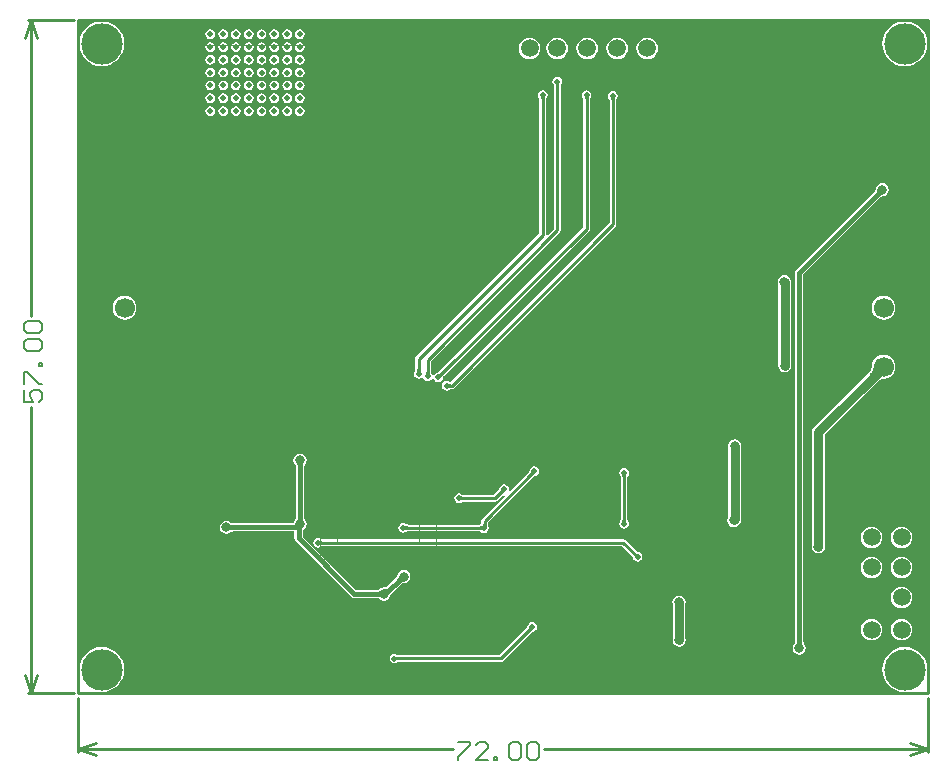
<source format=gbl>
G04*
G04 #@! TF.GenerationSoftware,Altium Limited,Altium Designer,20.0.13 (296)*
G04*
G04 Layer_Physical_Order=2*
G04 Layer_Color=16711680*
%FSLAX24Y24*%
%MOIN*%
G70*
G01*
G75*
%ADD17C,0.0100*%
%ADD19C,0.0039*%
%ADD20C,0.0060*%
%ADD21C,0.0020*%
%ADD22C,0.0080*%
%ADD57C,0.0300*%
%ADD58C,0.0150*%
%ADD60C,0.0591*%
%ADD61C,0.0669*%
%ADD62C,0.1378*%
%ADD63C,0.0197*%
%ADD64C,0.0315*%
G36*
X28261Y22466D02*
X28316Y22466D01*
X28351Y22430D01*
X28351Y21768D01*
X28301Y21766D01*
X28297Y21800D01*
X28254Y21942D01*
X28185Y22072D01*
X28091Y22186D01*
X27977Y22279D01*
X27847Y22349D01*
X27706Y22392D01*
X27559Y22406D01*
X27412Y22392D01*
X27271Y22349D01*
X27141Y22279D01*
X27027Y22186D01*
X26933Y22072D01*
X26864Y21942D01*
X26821Y21800D01*
X26806Y21654D01*
X26821Y21507D01*
X26864Y21366D01*
X26933Y21235D01*
X27027Y21121D01*
X27141Y21028D01*
X27271Y20958D01*
X27412Y20915D01*
X27559Y20901D01*
X27706Y20915D01*
X27847Y20958D01*
X27977Y21028D01*
X28091Y21121D01*
X28185Y21235D01*
X28254Y21366D01*
X28297Y21507D01*
X28300Y21540D01*
X28350Y21538D01*
X28341Y961D01*
X28291Y954D01*
X28254Y1075D01*
X28185Y1206D01*
X28091Y1320D01*
X27977Y1413D01*
X27847Y1483D01*
X27706Y1526D01*
X27559Y1540D01*
X27412Y1526D01*
X27271Y1483D01*
X27141Y1413D01*
X27027Y1320D01*
X26933Y1206D01*
X26864Y1075D01*
X26821Y934D01*
X26806Y787D01*
X26821Y641D01*
X26864Y499D01*
X26933Y369D01*
X27027Y255D01*
X27141Y162D01*
X27271Y92D01*
X27412Y49D01*
X27448Y46D01*
X27445Y-4D01*
X901Y-4D01*
X899Y46D01*
X934Y49D01*
X1075Y92D01*
X1206Y162D01*
X1320Y255D01*
X1413Y369D01*
X1483Y499D01*
X1526Y641D01*
X1540Y787D01*
X1526Y934D01*
X1483Y1075D01*
X1413Y1206D01*
X1320Y1320D01*
X1206Y1413D01*
X1075Y1483D01*
X934Y1526D01*
X787Y1540D01*
X641Y1526D01*
X499Y1483D01*
X369Y1413D01*
X255Y1320D01*
X162Y1206D01*
X92Y1075D01*
X52Y942D01*
X2Y949D01*
X20Y21432D01*
X70Y21439D01*
X92Y21366D01*
X162Y21235D01*
X255Y21121D01*
X369Y21028D01*
X499Y20958D01*
X641Y20915D01*
X787Y20901D01*
X934Y20915D01*
X1075Y20958D01*
X1206Y21028D01*
X1320Y21121D01*
X1413Y21235D01*
X1483Y21366D01*
X1526Y21507D01*
X1540Y21654D01*
X1526Y21800D01*
X1483Y21942D01*
X1413Y22072D01*
X1320Y22186D01*
X1206Y22279D01*
X1075Y22349D01*
X934Y22392D01*
X787Y22406D01*
X641Y22392D01*
X499Y22349D01*
X369Y22279D01*
X255Y22186D01*
X162Y22072D01*
X92Y21942D01*
X70Y21869D01*
X20Y21877D01*
X21Y22466D01*
X28261Y22466D01*
D02*
G37*
%LPC*%
G36*
X7397Y22128D02*
X7335Y22116D01*
X7282Y22081D01*
X7247Y22028D01*
X7235Y21967D01*
X7247Y21905D01*
X7282Y21852D01*
X7335Y21817D01*
X7397Y21805D01*
X7458Y21817D01*
X7511Y21852D01*
X7546Y21905D01*
X7558Y21967D01*
X7546Y22028D01*
X7511Y22081D01*
X7458Y22116D01*
X7397Y22128D01*
D02*
G37*
G36*
X6970D02*
X6908Y22116D01*
X6856Y22081D01*
X6821Y22028D01*
X6808Y21967D01*
X6821Y21905D01*
X6856Y21852D01*
X6908Y21817D01*
X6970Y21805D01*
X7032Y21817D01*
X7084Y21852D01*
X7119Y21905D01*
X7132Y21967D01*
X7119Y22028D01*
X7084Y22081D01*
X7032Y22116D01*
X6970Y22128D01*
D02*
G37*
G36*
X6543D02*
X6482Y22116D01*
X6429Y22081D01*
X6394Y22028D01*
X6382Y21967D01*
X6394Y21905D01*
X6429Y21852D01*
X6482Y21817D01*
X6543Y21805D01*
X6605Y21817D01*
X6658Y21852D01*
X6693Y21905D01*
X6705Y21967D01*
X6693Y22028D01*
X6658Y22081D01*
X6605Y22116D01*
X6543Y22128D01*
D02*
G37*
G36*
X6117D02*
X6055Y22116D01*
X6002Y22081D01*
X5967Y22028D01*
X5955Y21967D01*
X5967Y21905D01*
X6002Y21852D01*
X6055Y21817D01*
X6117Y21805D01*
X6178Y21817D01*
X6231Y21852D01*
X6266Y21905D01*
X6278Y21967D01*
X6266Y22028D01*
X6231Y22081D01*
X6178Y22116D01*
X6117Y22128D01*
D02*
G37*
G36*
X5690D02*
X5628Y22116D01*
X5576Y22081D01*
X5541Y22028D01*
X5528Y21967D01*
X5541Y21905D01*
X5576Y21852D01*
X5628Y21817D01*
X5690Y21805D01*
X5752Y21817D01*
X5804Y21852D01*
X5839Y21905D01*
X5852Y21967D01*
X5839Y22028D01*
X5804Y22081D01*
X5752Y22116D01*
X5690Y22128D01*
D02*
G37*
G36*
X5263D02*
X5202Y22116D01*
X5149Y22081D01*
X5114Y22028D01*
X5102Y21967D01*
X5114Y21905D01*
X5149Y21852D01*
X5202Y21817D01*
X5263Y21805D01*
X5325Y21817D01*
X5378Y21852D01*
X5413Y21905D01*
X5425Y21967D01*
X5413Y22028D01*
X5378Y22081D01*
X5325Y22116D01*
X5263Y22128D01*
D02*
G37*
G36*
X4837D02*
X4775Y22116D01*
X4722Y22081D01*
X4687Y22028D01*
X4675Y21967D01*
X4687Y21905D01*
X4722Y21852D01*
X4775Y21817D01*
X4837Y21805D01*
X4898Y21817D01*
X4951Y21852D01*
X4986Y21905D01*
X4998Y21967D01*
X4986Y22028D01*
X4951Y22081D01*
X4898Y22116D01*
X4837Y22128D01*
D02*
G37*
G36*
X4410D02*
X4348Y22116D01*
X4296Y22081D01*
X4261Y22028D01*
X4248Y21967D01*
X4261Y21905D01*
X4296Y21852D01*
X4348Y21817D01*
X4410Y21805D01*
X4472Y21817D01*
X4524Y21852D01*
X4559Y21905D01*
X4572Y21967D01*
X4559Y22028D01*
X4524Y22081D01*
X4472Y22116D01*
X4410Y22128D01*
D02*
G37*
G36*
X7397Y21702D02*
X7335Y21689D01*
X7282Y21654D01*
X7247Y21602D01*
X7235Y21540D01*
X7247Y21478D01*
X7282Y21426D01*
X7335Y21391D01*
X7397Y21378D01*
X7458Y21391D01*
X7511Y21426D01*
X7546Y21478D01*
X7558Y21540D01*
X7546Y21602D01*
X7511Y21654D01*
X7458Y21689D01*
X7397Y21702D01*
D02*
G37*
G36*
X6970D02*
X6908Y21689D01*
X6856Y21654D01*
X6821Y21602D01*
X6808Y21540D01*
X6821Y21478D01*
X6856Y21426D01*
X6908Y21391D01*
X6970Y21378D01*
X7032Y21391D01*
X7084Y21426D01*
X7119Y21478D01*
X7132Y21540D01*
X7119Y21602D01*
X7084Y21654D01*
X7032Y21689D01*
X6970Y21702D01*
D02*
G37*
G36*
X6543D02*
X6482Y21689D01*
X6429Y21654D01*
X6394Y21602D01*
X6382Y21540D01*
X6394Y21478D01*
X6429Y21426D01*
X6482Y21391D01*
X6543Y21378D01*
X6605Y21391D01*
X6658Y21426D01*
X6693Y21478D01*
X6705Y21540D01*
X6693Y21602D01*
X6658Y21654D01*
X6605Y21689D01*
X6543Y21702D01*
D02*
G37*
G36*
X6117D02*
X6055Y21689D01*
X6002Y21654D01*
X5967Y21602D01*
X5955Y21540D01*
X5967Y21478D01*
X6002Y21426D01*
X6055Y21391D01*
X6117Y21378D01*
X6178Y21391D01*
X6231Y21426D01*
X6266Y21478D01*
X6278Y21540D01*
X6266Y21602D01*
X6231Y21654D01*
X6178Y21689D01*
X6117Y21702D01*
D02*
G37*
G36*
X5690D02*
X5628Y21689D01*
X5576Y21654D01*
X5541Y21602D01*
X5528Y21540D01*
X5541Y21478D01*
X5576Y21426D01*
X5628Y21391D01*
X5690Y21378D01*
X5752Y21391D01*
X5804Y21426D01*
X5839Y21478D01*
X5852Y21540D01*
X5839Y21602D01*
X5804Y21654D01*
X5752Y21689D01*
X5690Y21702D01*
D02*
G37*
G36*
X5263D02*
X5202Y21689D01*
X5149Y21654D01*
X5114Y21602D01*
X5102Y21540D01*
X5114Y21478D01*
X5149Y21426D01*
X5202Y21391D01*
X5263Y21378D01*
X5325Y21391D01*
X5378Y21426D01*
X5413Y21478D01*
X5425Y21540D01*
X5413Y21602D01*
X5378Y21654D01*
X5325Y21689D01*
X5263Y21702D01*
D02*
G37*
G36*
X4837D02*
X4775Y21689D01*
X4722Y21654D01*
X4687Y21602D01*
X4675Y21540D01*
X4687Y21478D01*
X4722Y21426D01*
X4775Y21391D01*
X4837Y21378D01*
X4898Y21391D01*
X4951Y21426D01*
X4986Y21478D01*
X4998Y21540D01*
X4986Y21602D01*
X4951Y21654D01*
X4898Y21689D01*
X4837Y21702D01*
D02*
G37*
G36*
X4410D02*
X4348Y21689D01*
X4296Y21654D01*
X4261Y21602D01*
X4248Y21540D01*
X4261Y21478D01*
X4296Y21426D01*
X4348Y21391D01*
X4410Y21378D01*
X4472Y21391D01*
X4524Y21426D01*
X4559Y21478D01*
X4572Y21540D01*
X4559Y21602D01*
X4524Y21654D01*
X4472Y21689D01*
X4410Y21702D01*
D02*
G37*
G36*
X18971Y21858D02*
X18878Y21846D01*
X18791Y21810D01*
X18717Y21753D01*
X18660Y21679D01*
X18625Y21593D01*
X18612Y21500D01*
X18625Y21407D01*
X18660Y21321D01*
X18717Y21247D01*
X18791Y21190D01*
X18878Y21154D01*
X18971Y21142D01*
X19063Y21154D01*
X19150Y21190D01*
X19224Y21247D01*
X19281Y21321D01*
X19317Y21407D01*
X19329Y21500D01*
X19317Y21593D01*
X19281Y21679D01*
X19224Y21753D01*
X19150Y21810D01*
X19063Y21846D01*
X18971Y21858D01*
D02*
G37*
G36*
X17971D02*
X17878Y21846D01*
X17791Y21810D01*
X17717Y21753D01*
X17660Y21679D01*
X17624Y21593D01*
X17612Y21500D01*
X17624Y21407D01*
X17660Y21321D01*
X17717Y21247D01*
X17791Y21190D01*
X17878Y21154D01*
X17971Y21142D01*
X18063Y21154D01*
X18150Y21190D01*
X18224Y21247D01*
X18281Y21321D01*
X18317Y21407D01*
X18329Y21500D01*
X18317Y21593D01*
X18281Y21679D01*
X18224Y21753D01*
X18150Y21810D01*
X18063Y21846D01*
X17971Y21858D01*
D02*
G37*
G36*
X16971D02*
X16878Y21846D01*
X16791Y21810D01*
X16717Y21753D01*
X16660Y21679D01*
X16624Y21593D01*
X16612Y21500D01*
X16624Y21407D01*
X16660Y21321D01*
X16717Y21247D01*
X16791Y21190D01*
X16878Y21154D01*
X16971Y21142D01*
X17063Y21154D01*
X17150Y21190D01*
X17224Y21247D01*
X17281Y21321D01*
X17317Y21407D01*
X17329Y21500D01*
X17317Y21593D01*
X17281Y21679D01*
X17224Y21753D01*
X17150Y21810D01*
X17063Y21846D01*
X16971Y21858D01*
D02*
G37*
G36*
X15971D02*
X15878Y21846D01*
X15791Y21810D01*
X15717Y21753D01*
X15660Y21679D01*
X15625Y21593D01*
X15612Y21500D01*
X15625Y21407D01*
X15660Y21321D01*
X15717Y21247D01*
X15791Y21190D01*
X15878Y21154D01*
X15971Y21142D01*
X16063Y21154D01*
X16150Y21190D01*
X16224Y21247D01*
X16281Y21321D01*
X16317Y21407D01*
X16329Y21500D01*
X16317Y21593D01*
X16281Y21679D01*
X16224Y21753D01*
X16150Y21810D01*
X16063Y21846D01*
X15971Y21858D01*
D02*
G37*
G36*
X15050D02*
X14957Y21846D01*
X14871Y21810D01*
X14797Y21753D01*
X14740Y21679D01*
X14704Y21593D01*
X14692Y21500D01*
X14704Y21407D01*
X14740Y21321D01*
X14797Y21247D01*
X14871Y21190D01*
X14957Y21154D01*
X15050Y21142D01*
X15143Y21154D01*
X15229Y21190D01*
X15303Y21247D01*
X15360Y21321D01*
X15396Y21407D01*
X15408Y21500D01*
X15396Y21593D01*
X15360Y21679D01*
X15303Y21753D01*
X15229Y21810D01*
X15143Y21846D01*
X15050Y21858D01*
D02*
G37*
G36*
X7397Y21275D02*
X7335Y21263D01*
X7282Y21228D01*
X7247Y21175D01*
X7235Y21113D01*
X7247Y21052D01*
X7282Y20999D01*
X7335Y20964D01*
X7397Y20952D01*
X7458Y20964D01*
X7511Y20999D01*
X7546Y21052D01*
X7558Y21113D01*
X7546Y21175D01*
X7511Y21228D01*
X7458Y21263D01*
X7397Y21275D01*
D02*
G37*
G36*
X6970D02*
X6908Y21263D01*
X6856Y21228D01*
X6821Y21175D01*
X6808Y21113D01*
X6821Y21052D01*
X6856Y20999D01*
X6908Y20964D01*
X6970Y20952D01*
X7032Y20964D01*
X7084Y20999D01*
X7119Y21052D01*
X7132Y21113D01*
X7119Y21175D01*
X7084Y21228D01*
X7032Y21263D01*
X6970Y21275D01*
D02*
G37*
G36*
X6543D02*
X6482Y21263D01*
X6429Y21228D01*
X6394Y21175D01*
X6382Y21113D01*
X6394Y21052D01*
X6429Y20999D01*
X6482Y20964D01*
X6543Y20952D01*
X6605Y20964D01*
X6658Y20999D01*
X6693Y21052D01*
X6705Y21113D01*
X6693Y21175D01*
X6658Y21228D01*
X6605Y21263D01*
X6543Y21275D01*
D02*
G37*
G36*
X6117D02*
X6055Y21263D01*
X6002Y21228D01*
X5967Y21175D01*
X5955Y21113D01*
X5967Y21052D01*
X6002Y20999D01*
X6055Y20964D01*
X6117Y20952D01*
X6178Y20964D01*
X6231Y20999D01*
X6266Y21052D01*
X6278Y21113D01*
X6266Y21175D01*
X6231Y21228D01*
X6178Y21263D01*
X6117Y21275D01*
D02*
G37*
G36*
X5690D02*
X5628Y21263D01*
X5576Y21228D01*
X5541Y21175D01*
X5528Y21113D01*
X5541Y21052D01*
X5576Y20999D01*
X5628Y20964D01*
X5690Y20952D01*
X5752Y20964D01*
X5804Y20999D01*
X5839Y21052D01*
X5852Y21113D01*
X5839Y21175D01*
X5804Y21228D01*
X5752Y21263D01*
X5690Y21275D01*
D02*
G37*
G36*
X5263D02*
X5202Y21263D01*
X5149Y21228D01*
X5114Y21175D01*
X5102Y21113D01*
X5114Y21052D01*
X5149Y20999D01*
X5202Y20964D01*
X5263Y20952D01*
X5325Y20964D01*
X5378Y20999D01*
X5413Y21052D01*
X5425Y21113D01*
X5413Y21175D01*
X5378Y21228D01*
X5325Y21263D01*
X5263Y21275D01*
D02*
G37*
G36*
X4837D02*
X4775Y21263D01*
X4722Y21228D01*
X4687Y21175D01*
X4675Y21113D01*
X4687Y21052D01*
X4722Y20999D01*
X4775Y20964D01*
X4837Y20952D01*
X4898Y20964D01*
X4951Y20999D01*
X4986Y21052D01*
X4998Y21113D01*
X4986Y21175D01*
X4951Y21228D01*
X4898Y21263D01*
X4837Y21275D01*
D02*
G37*
G36*
X4410D02*
X4348Y21263D01*
X4296Y21228D01*
X4261Y21175D01*
X4248Y21113D01*
X4261Y21052D01*
X4296Y20999D01*
X4348Y20964D01*
X4410Y20952D01*
X4472Y20964D01*
X4524Y20999D01*
X4559Y21052D01*
X4572Y21113D01*
X4559Y21175D01*
X4524Y21228D01*
X4472Y21263D01*
X4410Y21275D01*
D02*
G37*
G36*
X7397Y20848D02*
X7335Y20836D01*
X7282Y20801D01*
X7247Y20748D01*
X7235Y20687D01*
X7247Y20625D01*
X7282Y20572D01*
X7335Y20537D01*
X7397Y20525D01*
X7458Y20537D01*
X7511Y20572D01*
X7546Y20625D01*
X7558Y20687D01*
X7546Y20748D01*
X7511Y20801D01*
X7458Y20836D01*
X7397Y20848D01*
D02*
G37*
G36*
X6970D02*
X6908Y20836D01*
X6856Y20801D01*
X6821Y20748D01*
X6808Y20687D01*
X6821Y20625D01*
X6856Y20572D01*
X6908Y20537D01*
X6970Y20525D01*
X7032Y20537D01*
X7084Y20572D01*
X7119Y20625D01*
X7132Y20687D01*
X7119Y20748D01*
X7084Y20801D01*
X7032Y20836D01*
X6970Y20848D01*
D02*
G37*
G36*
X6543D02*
X6482Y20836D01*
X6429Y20801D01*
X6394Y20748D01*
X6382Y20687D01*
X6394Y20625D01*
X6429Y20572D01*
X6482Y20537D01*
X6543Y20525D01*
X6605Y20537D01*
X6658Y20572D01*
X6693Y20625D01*
X6705Y20687D01*
X6693Y20748D01*
X6658Y20801D01*
X6605Y20836D01*
X6543Y20848D01*
D02*
G37*
G36*
X6117D02*
X6055Y20836D01*
X6002Y20801D01*
X5967Y20748D01*
X5955Y20687D01*
X5967Y20625D01*
X6002Y20572D01*
X6055Y20537D01*
X6117Y20525D01*
X6178Y20537D01*
X6231Y20572D01*
X6266Y20625D01*
X6278Y20687D01*
X6266Y20748D01*
X6231Y20801D01*
X6178Y20836D01*
X6117Y20848D01*
D02*
G37*
G36*
X5690D02*
X5628Y20836D01*
X5576Y20801D01*
X5541Y20748D01*
X5528Y20687D01*
X5541Y20625D01*
X5576Y20572D01*
X5628Y20537D01*
X5690Y20525D01*
X5752Y20537D01*
X5804Y20572D01*
X5839Y20625D01*
X5852Y20687D01*
X5839Y20748D01*
X5804Y20801D01*
X5752Y20836D01*
X5690Y20848D01*
D02*
G37*
G36*
X5263D02*
X5202Y20836D01*
X5149Y20801D01*
X5114Y20748D01*
X5102Y20687D01*
X5114Y20625D01*
X5149Y20572D01*
X5202Y20537D01*
X5263Y20525D01*
X5325Y20537D01*
X5378Y20572D01*
X5413Y20625D01*
X5425Y20687D01*
X5413Y20748D01*
X5378Y20801D01*
X5325Y20836D01*
X5263Y20848D01*
D02*
G37*
G36*
X4837D02*
X4775Y20836D01*
X4722Y20801D01*
X4687Y20748D01*
X4675Y20687D01*
X4687Y20625D01*
X4722Y20572D01*
X4775Y20537D01*
X4837Y20525D01*
X4898Y20537D01*
X4951Y20572D01*
X4986Y20625D01*
X4998Y20687D01*
X4986Y20748D01*
X4951Y20801D01*
X4898Y20836D01*
X4837Y20848D01*
D02*
G37*
G36*
X4410D02*
X4348Y20836D01*
X4296Y20801D01*
X4261Y20748D01*
X4248Y20687D01*
X4261Y20625D01*
X4296Y20572D01*
X4348Y20537D01*
X4410Y20525D01*
X4472Y20537D01*
X4524Y20572D01*
X4559Y20625D01*
X4572Y20687D01*
X4559Y20748D01*
X4524Y20801D01*
X4472Y20836D01*
X4410Y20848D01*
D02*
G37*
G36*
X7397Y20422D02*
X7335Y20409D01*
X7282Y20374D01*
X7247Y20322D01*
X7235Y20260D01*
X7247Y20198D01*
X7282Y20146D01*
X7335Y20111D01*
X7397Y20098D01*
X7458Y20111D01*
X7511Y20146D01*
X7546Y20198D01*
X7558Y20260D01*
X7546Y20322D01*
X7511Y20374D01*
X7458Y20409D01*
X7397Y20422D01*
D02*
G37*
G36*
X6970D02*
X6908Y20409D01*
X6856Y20374D01*
X6821Y20322D01*
X6808Y20260D01*
X6821Y20198D01*
X6856Y20146D01*
X6908Y20111D01*
X6970Y20098D01*
X7032Y20111D01*
X7084Y20146D01*
X7119Y20198D01*
X7132Y20260D01*
X7119Y20322D01*
X7084Y20374D01*
X7032Y20409D01*
X6970Y20422D01*
D02*
G37*
G36*
X6543D02*
X6482Y20409D01*
X6429Y20374D01*
X6394Y20322D01*
X6382Y20260D01*
X6394Y20198D01*
X6429Y20146D01*
X6482Y20111D01*
X6543Y20098D01*
X6605Y20111D01*
X6658Y20146D01*
X6693Y20198D01*
X6705Y20260D01*
X6693Y20322D01*
X6658Y20374D01*
X6605Y20409D01*
X6543Y20422D01*
D02*
G37*
G36*
X6117D02*
X6055Y20409D01*
X6002Y20374D01*
X5967Y20322D01*
X5955Y20260D01*
X5967Y20198D01*
X6002Y20146D01*
X6055Y20111D01*
X6117Y20098D01*
X6178Y20111D01*
X6231Y20146D01*
X6266Y20198D01*
X6278Y20260D01*
X6266Y20322D01*
X6231Y20374D01*
X6178Y20409D01*
X6117Y20422D01*
D02*
G37*
G36*
X5690D02*
X5628Y20409D01*
X5576Y20374D01*
X5541Y20322D01*
X5528Y20260D01*
X5541Y20198D01*
X5576Y20146D01*
X5628Y20111D01*
X5690Y20098D01*
X5752Y20111D01*
X5804Y20146D01*
X5839Y20198D01*
X5852Y20260D01*
X5839Y20322D01*
X5804Y20374D01*
X5752Y20409D01*
X5690Y20422D01*
D02*
G37*
G36*
X5263D02*
X5202Y20409D01*
X5149Y20374D01*
X5114Y20322D01*
X5102Y20260D01*
X5114Y20198D01*
X5149Y20146D01*
X5202Y20111D01*
X5263Y20098D01*
X5325Y20111D01*
X5378Y20146D01*
X5413Y20198D01*
X5425Y20260D01*
X5413Y20322D01*
X5378Y20374D01*
X5325Y20409D01*
X5263Y20422D01*
D02*
G37*
G36*
X4837D02*
X4775Y20409D01*
X4722Y20374D01*
X4687Y20322D01*
X4675Y20260D01*
X4687Y20198D01*
X4722Y20146D01*
X4775Y20111D01*
X4837Y20098D01*
X4898Y20111D01*
X4951Y20146D01*
X4986Y20198D01*
X4998Y20260D01*
X4986Y20322D01*
X4951Y20374D01*
X4898Y20409D01*
X4837Y20422D01*
D02*
G37*
G36*
X4410D02*
X4348Y20409D01*
X4296Y20374D01*
X4261Y20322D01*
X4248Y20260D01*
X4261Y20198D01*
X4296Y20146D01*
X4348Y20111D01*
X4410Y20098D01*
X4472Y20111D01*
X4524Y20146D01*
X4559Y20198D01*
X4572Y20260D01*
X4559Y20322D01*
X4524Y20374D01*
X4472Y20409D01*
X4410Y20422D01*
D02*
G37*
G36*
X7397Y19995D02*
X7335Y19983D01*
X7282Y19948D01*
X7247Y19895D01*
X7235Y19833D01*
X7247Y19772D01*
X7282Y19719D01*
X7335Y19684D01*
X7397Y19672D01*
X7458Y19684D01*
X7511Y19719D01*
X7546Y19772D01*
X7558Y19833D01*
X7546Y19895D01*
X7511Y19948D01*
X7458Y19983D01*
X7397Y19995D01*
D02*
G37*
G36*
X6970D02*
X6908Y19983D01*
X6856Y19948D01*
X6821Y19895D01*
X6808Y19833D01*
X6821Y19772D01*
X6856Y19719D01*
X6908Y19684D01*
X6970Y19672D01*
X7032Y19684D01*
X7084Y19719D01*
X7119Y19772D01*
X7132Y19833D01*
X7119Y19895D01*
X7084Y19948D01*
X7032Y19983D01*
X6970Y19995D01*
D02*
G37*
G36*
X6543D02*
X6482Y19983D01*
X6429Y19948D01*
X6394Y19895D01*
X6382Y19833D01*
X6394Y19772D01*
X6429Y19719D01*
X6482Y19684D01*
X6543Y19672D01*
X6605Y19684D01*
X6658Y19719D01*
X6693Y19772D01*
X6705Y19833D01*
X6693Y19895D01*
X6658Y19948D01*
X6605Y19983D01*
X6543Y19995D01*
D02*
G37*
G36*
X6117D02*
X6055Y19983D01*
X6002Y19948D01*
X5967Y19895D01*
X5955Y19833D01*
X5967Y19772D01*
X6002Y19719D01*
X6055Y19684D01*
X6117Y19672D01*
X6178Y19684D01*
X6231Y19719D01*
X6266Y19772D01*
X6278Y19833D01*
X6266Y19895D01*
X6231Y19948D01*
X6178Y19983D01*
X6117Y19995D01*
D02*
G37*
G36*
X5690D02*
X5628Y19983D01*
X5576Y19948D01*
X5541Y19895D01*
X5528Y19833D01*
X5541Y19772D01*
X5576Y19719D01*
X5628Y19684D01*
X5690Y19672D01*
X5752Y19684D01*
X5804Y19719D01*
X5839Y19772D01*
X5852Y19833D01*
X5839Y19895D01*
X5804Y19948D01*
X5752Y19983D01*
X5690Y19995D01*
D02*
G37*
G36*
X5263D02*
X5202Y19983D01*
X5149Y19948D01*
X5114Y19895D01*
X5102Y19833D01*
X5114Y19772D01*
X5149Y19719D01*
X5202Y19684D01*
X5263Y19672D01*
X5325Y19684D01*
X5378Y19719D01*
X5413Y19772D01*
X5425Y19833D01*
X5413Y19895D01*
X5378Y19948D01*
X5325Y19983D01*
X5263Y19995D01*
D02*
G37*
G36*
X4837D02*
X4775Y19983D01*
X4722Y19948D01*
X4687Y19895D01*
X4675Y19833D01*
X4687Y19772D01*
X4722Y19719D01*
X4775Y19684D01*
X4837Y19672D01*
X4898Y19684D01*
X4951Y19719D01*
X4986Y19772D01*
X4998Y19833D01*
X4986Y19895D01*
X4951Y19948D01*
X4898Y19983D01*
X4837Y19995D01*
D02*
G37*
G36*
X4410D02*
X4348Y19983D01*
X4296Y19948D01*
X4261Y19895D01*
X4248Y19833D01*
X4261Y19772D01*
X4296Y19719D01*
X4348Y19684D01*
X4410Y19672D01*
X4472Y19684D01*
X4524Y19719D01*
X4559Y19772D01*
X4572Y19833D01*
X4559Y19895D01*
X4524Y19948D01*
X4472Y19983D01*
X4410Y19995D01*
D02*
G37*
G36*
X7397Y19568D02*
X7335Y19556D01*
X7282Y19521D01*
X7247Y19468D01*
X7235Y19407D01*
X7247Y19345D01*
X7282Y19292D01*
X7335Y19257D01*
X7397Y19245D01*
X7458Y19257D01*
X7511Y19292D01*
X7546Y19345D01*
X7558Y19407D01*
X7546Y19468D01*
X7511Y19521D01*
X7458Y19556D01*
X7397Y19568D01*
D02*
G37*
G36*
X6970D02*
X6908Y19556D01*
X6856Y19521D01*
X6821Y19468D01*
X6808Y19407D01*
X6821Y19345D01*
X6856Y19292D01*
X6908Y19257D01*
X6970Y19245D01*
X7032Y19257D01*
X7084Y19292D01*
X7119Y19345D01*
X7132Y19407D01*
X7119Y19468D01*
X7084Y19521D01*
X7032Y19556D01*
X6970Y19568D01*
D02*
G37*
G36*
X6543D02*
X6482Y19556D01*
X6429Y19521D01*
X6394Y19468D01*
X6382Y19407D01*
X6394Y19345D01*
X6429Y19292D01*
X6482Y19257D01*
X6543Y19245D01*
X6605Y19257D01*
X6658Y19292D01*
X6693Y19345D01*
X6705Y19407D01*
X6693Y19468D01*
X6658Y19521D01*
X6605Y19556D01*
X6543Y19568D01*
D02*
G37*
G36*
X6117D02*
X6055Y19556D01*
X6002Y19521D01*
X5967Y19468D01*
X5955Y19407D01*
X5967Y19345D01*
X6002Y19292D01*
X6055Y19257D01*
X6117Y19245D01*
X6178Y19257D01*
X6231Y19292D01*
X6266Y19345D01*
X6278Y19407D01*
X6266Y19468D01*
X6231Y19521D01*
X6178Y19556D01*
X6117Y19568D01*
D02*
G37*
G36*
X5690D02*
X5628Y19556D01*
X5576Y19521D01*
X5541Y19468D01*
X5528Y19407D01*
X5541Y19345D01*
X5576Y19292D01*
X5628Y19257D01*
X5690Y19245D01*
X5752Y19257D01*
X5804Y19292D01*
X5839Y19345D01*
X5852Y19407D01*
X5839Y19468D01*
X5804Y19521D01*
X5752Y19556D01*
X5690Y19568D01*
D02*
G37*
G36*
X5263D02*
X5202Y19556D01*
X5149Y19521D01*
X5114Y19468D01*
X5102Y19407D01*
X5114Y19345D01*
X5149Y19292D01*
X5202Y19257D01*
X5263Y19245D01*
X5325Y19257D01*
X5378Y19292D01*
X5413Y19345D01*
X5425Y19407D01*
X5413Y19468D01*
X5378Y19521D01*
X5325Y19556D01*
X5263Y19568D01*
D02*
G37*
G36*
X4837D02*
X4775Y19556D01*
X4722Y19521D01*
X4687Y19468D01*
X4675Y19407D01*
X4687Y19345D01*
X4722Y19292D01*
X4775Y19257D01*
X4837Y19245D01*
X4898Y19257D01*
X4951Y19292D01*
X4986Y19345D01*
X4998Y19407D01*
X4986Y19468D01*
X4951Y19521D01*
X4898Y19556D01*
X4837Y19568D01*
D02*
G37*
G36*
X4410D02*
X4348Y19556D01*
X4296Y19521D01*
X4261Y19468D01*
X4248Y19407D01*
X4261Y19345D01*
X4296Y19292D01*
X4348Y19257D01*
X4410Y19245D01*
X4472Y19257D01*
X4524Y19292D01*
X4559Y19345D01*
X4572Y19407D01*
X4559Y19468D01*
X4524Y19521D01*
X4472Y19556D01*
X4410Y19568D01*
D02*
G37*
G36*
X15971Y20552D02*
X15909Y20540D01*
X15856Y20505D01*
X15821Y20452D01*
X15809Y20391D01*
X15821Y20329D01*
X15850Y20286D01*
X15850Y20285D01*
X15851Y20284D01*
X15851Y20282D01*
X15851Y20281D01*
X15851Y20280D01*
X15852Y20279D01*
X15852Y20279D01*
X15853Y20276D01*
X15854Y20273D01*
X15854Y20269D01*
X15856Y20254D01*
X15856Y20246D01*
X15858Y20239D01*
Y15487D01*
X15651Y15280D01*
X15630Y15284D01*
X15602Y15301D01*
Y19788D01*
X15605Y19794D01*
X15606Y19812D01*
X15606Y19818D01*
X15607Y19822D01*
X15608Y19826D01*
X15608Y19828D01*
X15608Y19828D01*
X15609Y19830D01*
X15609Y19830D01*
X15610Y19831D01*
X15610Y19834D01*
X15610Y19835D01*
X15610Y19835D01*
X15639Y19878D01*
X15652Y19940D01*
X15639Y20002D01*
X15604Y20054D01*
X15552Y20089D01*
X15490Y20102D01*
X15428Y20089D01*
X15376Y20054D01*
X15341Y20002D01*
X15328Y19940D01*
X15341Y19878D01*
X15370Y19835D01*
X15370Y19835D01*
X15370Y19834D01*
X15370Y19831D01*
X15371Y19830D01*
X15371Y19830D01*
X15372Y19828D01*
X15372Y19828D01*
X15372Y19826D01*
X15373Y19822D01*
X15374Y19818D01*
X15375Y19804D01*
X15375Y19795D01*
X15378Y19789D01*
Y15336D01*
X11271Y11229D01*
X11246Y11193D01*
X11238Y11150D01*
X11238Y11150D01*
Y10802D01*
X11235Y10796D01*
X11234Y10778D01*
X11234Y10772D01*
X11233Y10768D01*
X11232Y10764D01*
X11232Y10762D01*
X11232Y10762D01*
X11231Y10760D01*
X11231Y10760D01*
X11230Y10759D01*
X11230Y10756D01*
X11230Y10755D01*
X11230Y10755D01*
X11201Y10712D01*
X11188Y10650D01*
X11201Y10588D01*
X11236Y10536D01*
X11288Y10501D01*
X11350Y10488D01*
X11412Y10501D01*
X11449Y10525D01*
X11496Y10512D01*
X11504Y10507D01*
X11504Y10503D01*
X11539Y10450D01*
X11592Y10415D01*
X11654Y10403D01*
X11715Y10415D01*
X11768Y10450D01*
X11795Y10491D01*
X11842Y10488D01*
X11847Y10486D01*
X11851Y10468D01*
X11886Y10416D01*
X11938Y10381D01*
X12000Y10368D01*
X12062Y10381D01*
X12114Y10416D01*
X12149Y10468D01*
X12162Y10530D01*
X12161Y10532D01*
X12162Y10533D01*
X12162Y10534D01*
X12162Y10535D01*
X12163Y10536D01*
X12163Y10537D01*
X12165Y10539D01*
X12167Y10542D01*
X12176Y10553D01*
X12182Y10559D01*
X12182Y10561D01*
X12184Y10562D01*
X12186Y10567D01*
X17029Y15411D01*
X17029Y15411D01*
X17054Y15447D01*
X17062Y15490D01*
X17062Y15490D01*
Y19788D01*
X17065Y19794D01*
X17066Y19812D01*
X17066Y19818D01*
X17067Y19822D01*
X17068Y19826D01*
X17068Y19828D01*
X17068Y19828D01*
X17069Y19830D01*
X17069Y19830D01*
X17070Y19831D01*
X17070Y19834D01*
X17070Y19835D01*
X17070Y19835D01*
X17099Y19878D01*
X17112Y19940D01*
X17099Y20002D01*
X17064Y20054D01*
X17012Y20089D01*
X16950Y20102D01*
X16888Y20089D01*
X16836Y20054D01*
X16801Y20002D01*
X16788Y19940D01*
X16801Y19878D01*
X16830Y19835D01*
X16830Y19835D01*
X16830Y19834D01*
X16830Y19831D01*
X16831Y19830D01*
X16831Y19830D01*
X16832Y19828D01*
X16832Y19828D01*
X16832Y19826D01*
X16833Y19822D01*
X16834Y19818D01*
X16835Y19804D01*
X16835Y19795D01*
X16838Y19789D01*
Y15536D01*
X12019Y10718D01*
X12013Y10715D01*
X12006Y10709D01*
X11995Y10699D01*
X11991Y10696D01*
X11988Y10694D01*
X11986Y10693D01*
X11985Y10692D01*
X11983Y10692D01*
X11982Y10691D01*
X11981Y10691D01*
X11980Y10690D01*
X11978Y10689D01*
X11975Y10687D01*
X11938Y10679D01*
X11886Y10644D01*
X11858Y10603D01*
X11812Y10607D01*
X11806Y10608D01*
X11803Y10626D01*
X11774Y10669D01*
X11774Y10670D01*
X11774Y10671D01*
X11773Y10673D01*
X11773Y10674D01*
X11773Y10675D01*
X11772Y10676D01*
X11772Y10677D01*
X11771Y10679D01*
X11770Y10682D01*
X11770Y10686D01*
X11769Y10701D01*
X11768Y10710D01*
X11766Y10716D01*
Y11077D01*
X16050Y15361D01*
X16074Y15398D01*
X16083Y15441D01*
X16083Y15441D01*
Y20238D01*
X16086Y20244D01*
X16086Y20263D01*
X16087Y20268D01*
X16088Y20273D01*
X16088Y20276D01*
X16089Y20279D01*
X16089Y20279D01*
X16090Y20280D01*
X16090Y20281D01*
X16091Y20282D01*
X16091Y20284D01*
X16091Y20285D01*
X16091Y20286D01*
X16120Y20329D01*
X16132Y20391D01*
X16120Y20452D01*
X16085Y20505D01*
X16032Y20540D01*
X15971Y20552D01*
D02*
G37*
G36*
X26850Y13248D02*
X26747Y13234D01*
X26651Y13195D01*
X26569Y13131D01*
X26505Y13049D01*
X26466Y12953D01*
X26452Y12850D01*
X26466Y12747D01*
X26505Y12651D01*
X26569Y12569D01*
X26651Y12505D01*
X26747Y12466D01*
X26850Y12452D01*
X26953Y12466D01*
X27049Y12505D01*
X27131Y12569D01*
X27195Y12651D01*
X27234Y12747D01*
X27248Y12850D01*
X27234Y12953D01*
X27195Y13049D01*
X27131Y13131D01*
X27049Y13195D01*
X26953Y13234D01*
X26850Y13248D01*
D02*
G37*
G36*
X1550D02*
X1447Y13234D01*
X1351Y13195D01*
X1269Y13131D01*
X1205Y13049D01*
X1166Y12953D01*
X1152Y12850D01*
X1166Y12747D01*
X1205Y12651D01*
X1269Y12569D01*
X1351Y12505D01*
X1447Y12466D01*
X1550Y12452D01*
X1653Y12466D01*
X1749Y12505D01*
X1831Y12569D01*
X1895Y12651D01*
X1934Y12747D01*
X1948Y12850D01*
X1934Y12953D01*
X1895Y13049D01*
X1831Y13131D01*
X1749Y13195D01*
X1653Y13234D01*
X1550Y13248D01*
D02*
G37*
G36*
X23540Y13942D02*
X23455Y13925D01*
X23383Y13877D01*
X23335Y13805D01*
X23318Y13720D01*
X23335Y13635D01*
X23346Y13619D01*
Y10958D01*
X23338Y10920D01*
X23355Y10835D01*
X23403Y10763D01*
X23475Y10715D01*
X23560Y10698D01*
X23645Y10715D01*
X23717Y10763D01*
X23765Y10835D01*
X23782Y10920D01*
X23774Y10958D01*
Y13696D01*
X23758Y13778D01*
X23747Y13794D01*
X23745Y13805D01*
X23697Y13877D01*
X23625Y13925D01*
X23540Y13942D01*
D02*
G37*
G36*
X17830Y20072D02*
X17768Y20059D01*
X17716Y20024D01*
X17681Y19972D01*
X17668Y19910D01*
X17681Y19848D01*
X17710Y19805D01*
X17710Y19805D01*
X17710Y19804D01*
X17710Y19801D01*
X17711Y19800D01*
X17711Y19800D01*
X17712Y19798D01*
X17712Y19798D01*
X17712Y19796D01*
X17713Y19792D01*
X17714Y19788D01*
X17715Y19774D01*
X17715Y19765D01*
X17718Y19759D01*
Y15676D01*
X12408Y10367D01*
X12408Y10367D01*
X12404Y10368D01*
X12402Y10368D01*
X12402Y10368D01*
X12400Y10369D01*
X12400Y10369D01*
X12399Y10370D01*
X12396Y10370D01*
X12395Y10370D01*
X12395Y10370D01*
X12352Y10399D01*
X12290Y10412D01*
X12228Y10399D01*
X12176Y10364D01*
X12141Y10312D01*
X12128Y10250D01*
X12141Y10188D01*
X12176Y10136D01*
X12228Y10101D01*
X12290Y10088D01*
X12352Y10101D01*
X12395Y10130D01*
X12395Y10130D01*
X12396Y10130D01*
X12399Y10130D01*
X12400Y10131D01*
X12400Y10131D01*
X12402Y10132D01*
X12402Y10132D01*
X12404Y10132D01*
X12408Y10133D01*
X12412Y10134D01*
X12426Y10135D01*
X12435Y10135D01*
X12441Y10138D01*
X12450D01*
X12450Y10138D01*
X12493Y10146D01*
X12529Y10171D01*
X17909Y15551D01*
X17934Y15587D01*
X17942Y15630D01*
X17942Y15630D01*
Y19758D01*
X17945Y19764D01*
X17946Y19782D01*
X17946Y19788D01*
X17947Y19792D01*
X17948Y19796D01*
X17948Y19798D01*
X17948Y19798D01*
X17949Y19800D01*
X17949Y19800D01*
X17950Y19801D01*
X17950Y19804D01*
X17950Y19805D01*
X17950Y19805D01*
X17979Y19848D01*
X17992Y19910D01*
X17979Y19972D01*
X17944Y20024D01*
X17892Y20059D01*
X17830Y20072D01*
D02*
G37*
G36*
X15209Y7561D02*
X15147Y7548D01*
X15095Y7513D01*
X15060Y7461D01*
X15050Y7410D01*
X15050Y7410D01*
X15049Y7409D01*
X15048Y7407D01*
X15047Y7406D01*
X15047Y7405D01*
X15046Y7404D01*
X15046Y7404D01*
X15045Y7402D01*
X15043Y7399D01*
X15041Y7395D01*
X15031Y7384D01*
X15025Y7378D01*
X15023Y7371D01*
X14403Y6751D01*
X14357Y6776D01*
X14362Y6800D01*
X14349Y6862D01*
X14314Y6914D01*
X14262Y6949D01*
X14200Y6962D01*
X14138Y6949D01*
X14086Y6914D01*
X14051Y6862D01*
X14041Y6811D01*
X14040Y6811D01*
X14040Y6810D01*
X14038Y6808D01*
X14038Y6807D01*
X14038Y6806D01*
X14037Y6805D01*
X14037Y6804D01*
X14036Y6802D01*
X14034Y6799D01*
X14032Y6796D01*
X14022Y6785D01*
X14016Y6779D01*
X14014Y6772D01*
X13854Y6612D01*
X12852D01*
X12846Y6615D01*
X12828Y6616D01*
X12822Y6616D01*
X12818Y6617D01*
X12814Y6618D01*
X12812Y6618D01*
X12812Y6618D01*
X12810Y6619D01*
X12810Y6619D01*
X12809Y6620D01*
X12806Y6620D01*
X12805Y6620D01*
X12805Y6620D01*
X12762Y6649D01*
X12700Y6662D01*
X12638Y6649D01*
X12586Y6614D01*
X12551Y6562D01*
X12538Y6500D01*
X12551Y6438D01*
X12586Y6386D01*
X12638Y6351D01*
X12700Y6338D01*
X12762Y6351D01*
X12805Y6380D01*
X12805Y6380D01*
X12806Y6380D01*
X12809Y6380D01*
X12810Y6381D01*
X12810Y6381D01*
X12812Y6382D01*
X12812Y6382D01*
X12814Y6382D01*
X12818Y6383D01*
X12822Y6384D01*
X12836Y6385D01*
X12845Y6385D01*
X12851Y6388D01*
X13900D01*
X13900Y6388D01*
X13943Y6396D01*
X13979Y6421D01*
X14172Y6613D01*
X14178Y6615D01*
X14181Y6618D01*
X14199Y6618D01*
X14219Y6569D01*
X14217Y6566D01*
X13469Y5818D01*
X13445Y5781D01*
X13436Y5739D01*
X13436Y5739D01*
Y5668D01*
X13435Y5666D01*
X13403Y5625D01*
X13401Y5625D01*
X13393Y5625D01*
X13386Y5622D01*
X10992D01*
X10986Y5625D01*
X10968Y5626D01*
X10962Y5626D01*
X10958Y5627D01*
X10954Y5628D01*
X10952Y5628D01*
X10952Y5628D01*
X10950Y5629D01*
X10950Y5629D01*
X10949Y5630D01*
X10946Y5630D01*
X10945Y5630D01*
X10945Y5630D01*
X10902Y5659D01*
X10840Y5672D01*
X10778Y5659D01*
X10726Y5624D01*
X10691Y5572D01*
X10678Y5510D01*
X10691Y5448D01*
X10726Y5396D01*
X10778Y5361D01*
X10840Y5348D01*
X10902Y5361D01*
X10945Y5390D01*
X10945Y5390D01*
X10946Y5390D01*
X10949Y5390D01*
X10950Y5391D01*
X10950Y5391D01*
X10952Y5392D01*
X10952Y5392D01*
X10954Y5392D01*
X10958Y5393D01*
X10962Y5394D01*
X10976Y5395D01*
X10985Y5395D01*
X10991Y5398D01*
X13368D01*
X13372Y5396D01*
X13376Y5397D01*
X13379Y5395D01*
X13389Y5395D01*
X13395Y5394D01*
X13401Y5394D01*
X13405Y5393D01*
X13407Y5392D01*
X13408Y5392D01*
X13408Y5392D01*
X13409Y5392D01*
X13410Y5391D01*
X13411Y5391D01*
X13412Y5391D01*
X13412Y5390D01*
X13416Y5385D01*
X13468Y5350D01*
X13530Y5338D01*
X13592Y5350D01*
X13644Y5385D01*
X13679Y5437D01*
X13692Y5499D01*
X13679Y5561D01*
X13668Y5577D01*
X13668Y5579D01*
X13668Y5583D01*
X13668Y5584D01*
X13668Y5584D01*
X13668Y5584D01*
X13668Y5585D01*
X13668Y5585D01*
X13668Y5586D01*
X13667Y5587D01*
X13666Y5594D01*
X13665Y5597D01*
X13664Y5621D01*
X13663Y5630D01*
X13661Y5636D01*
Y5692D01*
X15181Y7212D01*
X15187Y7215D01*
X15201Y7227D01*
X15205Y7231D01*
X15209Y7233D01*
X15212Y7235D01*
X15214Y7236D01*
X15214Y7236D01*
X15215Y7237D01*
X15216Y7237D01*
X15217Y7238D01*
X15219Y7239D01*
X15220Y7240D01*
X15220Y7240D01*
X15271Y7250D01*
X15323Y7285D01*
X15358Y7337D01*
X15371Y7399D01*
X15358Y7461D01*
X15323Y7513D01*
X15271Y7548D01*
X15209Y7561D01*
D02*
G37*
G36*
X7400Y7982D02*
X7315Y7965D01*
X7243Y7917D01*
X7195Y7845D01*
X7178Y7760D01*
X7195Y7675D01*
X7240Y7608D01*
X7242Y7604D01*
X7246Y7599D01*
X7247Y7597D01*
X7249Y7593D01*
X7252Y7588D01*
X7254Y7582D01*
X7256Y7574D01*
X7257Y7565D01*
X7260Y7540D01*
X7260Y7526D01*
X7262Y7520D01*
Y5870D01*
X7260Y5864D01*
X7260Y5849D01*
X7259Y5837D01*
X7258Y5826D01*
X7256Y5816D01*
X7254Y5808D01*
X7252Y5802D01*
X7249Y5797D01*
X7247Y5793D01*
X7246Y5791D01*
X7242Y5786D01*
X7240Y5782D01*
X7195Y5715D01*
X7186Y5668D01*
X5180D01*
X5174Y5670D01*
X5159Y5670D01*
X5147Y5671D01*
X5136Y5672D01*
X5126Y5674D01*
X5118Y5676D01*
X5112Y5678D01*
X5107Y5681D01*
X5103Y5683D01*
X5101Y5684D01*
X5096Y5688D01*
X5092Y5690D01*
X5025Y5735D01*
X4940Y5752D01*
X4855Y5735D01*
X4783Y5687D01*
X4735Y5615D01*
X4718Y5530D01*
X4735Y5445D01*
X4783Y5373D01*
X4855Y5325D01*
X4940Y5308D01*
X5025Y5325D01*
X5092Y5370D01*
X5096Y5372D01*
X5101Y5376D01*
X5103Y5377D01*
X5107Y5379D01*
X5112Y5382D01*
X5118Y5384D01*
X5126Y5386D01*
X5135Y5387D01*
X5160Y5390D01*
X5174Y5390D01*
X5180Y5392D01*
X7212D01*
Y5164D01*
X7223Y5111D01*
X7253Y5066D01*
X9106Y3213D01*
X9151Y3183D01*
X9204Y3172D01*
X9960D01*
X9966Y3170D01*
X9981Y3170D01*
X9993Y3169D01*
X10004Y3168D01*
X10014Y3166D01*
X10022Y3164D01*
X10028Y3162D01*
X10033Y3159D01*
X10037Y3157D01*
X10039Y3156D01*
X10044Y3152D01*
X10048Y3150D01*
X10115Y3105D01*
X10200Y3088D01*
X10285Y3105D01*
X10357Y3153D01*
X10405Y3225D01*
X10412Y3259D01*
X10418Y3269D01*
X10420Y3274D01*
X10421Y3278D01*
X10423Y3283D01*
X10426Y3289D01*
X10430Y3295D01*
X10435Y3302D01*
X10460Y3332D01*
X10471Y3343D01*
X10473Y3348D01*
X10754Y3629D01*
X10755Y3629D01*
X10758Y3634D01*
X10759Y3635D01*
X10765Y3637D01*
X10775Y3647D01*
X10784Y3655D01*
X10792Y3661D01*
X10799Y3665D01*
X10805Y3668D01*
X10810Y3670D01*
X10814Y3671D01*
X10816Y3672D01*
X10817Y3672D01*
X10822Y3671D01*
X10833Y3674D01*
X10860Y3668D01*
X10945Y3685D01*
X11017Y3733D01*
X11065Y3805D01*
X11082Y3890D01*
X11065Y3975D01*
X11017Y4047D01*
X10945Y4095D01*
X10860Y4112D01*
X10775Y4095D01*
X10703Y4047D01*
X10655Y3975D01*
X10648Y3941D01*
X10642Y3931D01*
X10640Y3926D01*
X10639Y3922D01*
X10637Y3917D01*
X10634Y3911D01*
X10630Y3905D01*
X10625Y3898D01*
X10600Y3868D01*
X10589Y3857D01*
X10587Y3852D01*
X10306Y3571D01*
X10305Y3571D01*
X10302Y3566D01*
X10301Y3565D01*
X10295Y3563D01*
X10285Y3553D01*
X10276Y3545D01*
X10268Y3539D01*
X10261Y3535D01*
X10255Y3532D01*
X10250Y3530D01*
X10246Y3529D01*
X10244Y3528D01*
X10243Y3528D01*
X10238Y3529D01*
X10227Y3526D01*
X10200Y3532D01*
X10115Y3515D01*
X10048Y3470D01*
X10044Y3468D01*
X10039Y3464D01*
X10037Y3463D01*
X10033Y3461D01*
X10028Y3458D01*
X10022Y3456D01*
X10014Y3454D01*
X10005Y3453D01*
X9980Y3450D01*
X9966Y3450D01*
X9960Y3448D01*
X9261D01*
X7488Y5221D01*
Y5417D01*
X7496Y5429D01*
X7496Y5433D01*
X7557Y5473D01*
X7605Y5545D01*
X7622Y5630D01*
X7605Y5715D01*
X7560Y5782D01*
X7558Y5786D01*
X7554Y5791D01*
X7553Y5793D01*
X7551Y5797D01*
X7548Y5802D01*
X7546Y5808D01*
X7544Y5816D01*
X7543Y5825D01*
X7540Y5850D01*
X7540Y5864D01*
X7538Y5870D01*
Y7520D01*
X7540Y7526D01*
X7540Y7541D01*
X7541Y7553D01*
X7542Y7564D01*
X7544Y7574D01*
X7546Y7582D01*
X7548Y7588D01*
X7551Y7593D01*
X7553Y7597D01*
X7554Y7599D01*
X7558Y7604D01*
X7560Y7608D01*
X7605Y7675D01*
X7622Y7760D01*
X7605Y7845D01*
X7557Y7917D01*
X7485Y7965D01*
X7400Y7982D01*
D02*
G37*
G36*
X21890Y8469D02*
X21805Y8452D01*
X21733Y8404D01*
X21685Y8332D01*
X21668Y8247D01*
X21676Y8209D01*
Y5875D01*
X21655Y5845D01*
X21638Y5760D01*
X21655Y5675D01*
X21703Y5603D01*
X21775Y5555D01*
X21860Y5538D01*
X21945Y5555D01*
X22017Y5603D01*
X22065Y5675D01*
X22066Y5679D01*
X22088Y5712D01*
X22104Y5794D01*
Y8209D01*
X22111Y8247D01*
X22095Y8332D01*
X22046Y8404D01*
X21975Y8452D01*
X21890Y8469D01*
D02*
G37*
G36*
X18200Y7512D02*
X18138Y7499D01*
X18086Y7464D01*
X18051Y7412D01*
X18038Y7350D01*
X18051Y7288D01*
X18080Y7245D01*
X18080Y7245D01*
X18080Y7244D01*
X18080Y7241D01*
X18081Y7240D01*
X18081Y7240D01*
X18082Y7238D01*
X18082Y7238D01*
X18082Y7236D01*
X18083Y7232D01*
X18084Y7228D01*
X18085Y7214D01*
X18085Y7205D01*
X18088Y7199D01*
Y5802D01*
X18085Y5796D01*
X18084Y5778D01*
X18084Y5772D01*
X18083Y5768D01*
X18082Y5764D01*
X18082Y5762D01*
X18082Y5762D01*
X18081Y5760D01*
X18081Y5760D01*
X18080Y5759D01*
X18080Y5756D01*
X18080Y5755D01*
X18080Y5755D01*
X18051Y5712D01*
X18038Y5650D01*
X18051Y5588D01*
X18086Y5536D01*
X18138Y5501D01*
X18200Y5488D01*
X18262Y5501D01*
X18314Y5536D01*
X18349Y5588D01*
X18362Y5650D01*
X18349Y5712D01*
X18320Y5755D01*
X18320Y5755D01*
X18320Y5756D01*
X18320Y5759D01*
X18319Y5760D01*
X18319Y5760D01*
X18318Y5762D01*
X18318Y5762D01*
X18318Y5764D01*
X18317Y5768D01*
X18316Y5772D01*
X18315Y5786D01*
X18315Y5795D01*
X18312Y5801D01*
Y7198D01*
X18315Y7204D01*
X18316Y7222D01*
X18316Y7228D01*
X18317Y7232D01*
X18318Y7236D01*
X18318Y7238D01*
X18318Y7238D01*
X18319Y7240D01*
X18319Y7240D01*
X18320Y7241D01*
X18320Y7244D01*
X18320Y7245D01*
X18320Y7245D01*
X18349Y7288D01*
X18362Y7350D01*
X18349Y7412D01*
X18314Y7464D01*
X18262Y7499D01*
X18200Y7512D01*
D02*
G37*
G36*
X27450Y5558D02*
X27357Y5546D01*
X27271Y5510D01*
X27197Y5453D01*
X27140Y5379D01*
X27104Y5293D01*
X27092Y5200D01*
X27104Y5107D01*
X27140Y5021D01*
X27197Y4947D01*
X27271Y4890D01*
X27357Y4854D01*
X27450Y4842D01*
X27543Y4854D01*
X27629Y4890D01*
X27703Y4947D01*
X27760Y5021D01*
X27796Y5107D01*
X27808Y5200D01*
X27796Y5293D01*
X27760Y5379D01*
X27703Y5453D01*
X27629Y5510D01*
X27543Y5546D01*
X27450Y5558D01*
D02*
G37*
G36*
X26450D02*
X26357Y5546D01*
X26271Y5510D01*
X26197Y5453D01*
X26140Y5379D01*
X26104Y5293D01*
X26092Y5200D01*
X26104Y5107D01*
X26140Y5021D01*
X26197Y4947D01*
X26271Y4890D01*
X26357Y4854D01*
X26450Y4842D01*
X26543Y4854D01*
X26629Y4890D01*
X26703Y4947D01*
X26760Y5021D01*
X26796Y5107D01*
X26808Y5200D01*
X26796Y5293D01*
X26760Y5379D01*
X26703Y5453D01*
X26629Y5510D01*
X26543Y5546D01*
X26450Y5558D01*
D02*
G37*
G36*
X26850Y11280D02*
X26747Y11266D01*
X26651Y11226D01*
X26569Y11163D01*
X26505Y11081D01*
X26466Y10985D01*
X26452Y10885D01*
X26450Y10881D01*
X26450Y10861D01*
X26447Y10844D01*
X26442Y10826D01*
X26436Y10807D01*
X26427Y10788D01*
X26416Y10768D01*
X26402Y10747D01*
X26385Y10725D01*
X26366Y10703D01*
X26343Y10679D01*
X26343Y10677D01*
X24529Y8863D01*
X24482Y8793D01*
X24466Y8712D01*
Y4928D01*
X24458Y4890D01*
X24475Y4805D01*
X24523Y4733D01*
X24595Y4685D01*
X24680Y4668D01*
X24765Y4685D01*
X24837Y4733D01*
X24885Y4805D01*
X24902Y4890D01*
X24894Y4928D01*
Y8623D01*
X26645Y10374D01*
X26647Y10375D01*
X26671Y10398D01*
X26693Y10417D01*
X26715Y10433D01*
X26736Y10447D01*
X26756Y10458D01*
X26776Y10467D01*
X26794Y10474D01*
X26812Y10479D01*
X26829Y10481D01*
X26850Y10482D01*
X26854Y10484D01*
X26953Y10497D01*
X27049Y10537D01*
X27131Y10600D01*
X27195Y10682D01*
X27234Y10778D01*
X27248Y10882D01*
X27234Y10985D01*
X27195Y11081D01*
X27131Y11163D01*
X27049Y11226D01*
X26953Y11266D01*
X26850Y11280D01*
D02*
G37*
G36*
X8000Y5182D02*
X7938Y5169D01*
X7886Y5134D01*
X7851Y5082D01*
X7838Y5020D01*
X7851Y4958D01*
X7886Y4906D01*
X7938Y4871D01*
X8000Y4858D01*
X8062Y4871D01*
X8105Y4900D01*
X8105Y4900D01*
X8106Y4900D01*
X8109Y4900D01*
X8110Y4901D01*
X8110Y4901D01*
X8112Y4902D01*
X8112Y4902D01*
X8114Y4902D01*
X8118Y4903D01*
X8122Y4904D01*
X8136Y4905D01*
X8145Y4905D01*
X8151Y4908D01*
X18134D01*
X18463Y4578D01*
X18465Y4572D01*
X18478Y4559D01*
X18481Y4554D01*
X18484Y4551D01*
X18486Y4548D01*
X18487Y4546D01*
X18487Y4545D01*
X18488Y4544D01*
X18488Y4543D01*
X18488Y4542D01*
X18490Y4540D01*
X18490Y4539D01*
X18491Y4539D01*
X18501Y4488D01*
X18536Y4436D01*
X18588Y4401D01*
X18650Y4388D01*
X18712Y4401D01*
X18764Y4436D01*
X18799Y4488D01*
X18812Y4550D01*
X18799Y4612D01*
X18764Y4664D01*
X18712Y4699D01*
X18661Y4709D01*
X18661Y4710D01*
X18660Y4710D01*
X18658Y4712D01*
X18657Y4712D01*
X18656Y4712D01*
X18655Y4713D01*
X18654Y4713D01*
X18652Y4714D01*
X18649Y4716D01*
X18646Y4718D01*
X18635Y4728D01*
X18629Y4734D01*
X18622Y4736D01*
X18259Y5099D01*
X18223Y5124D01*
X18180Y5132D01*
X18180Y5132D01*
X8152D01*
X8146Y5135D01*
X8128Y5136D01*
X8122Y5136D01*
X8118Y5137D01*
X8114Y5138D01*
X8112Y5138D01*
X8112Y5138D01*
X8110Y5139D01*
X8110Y5139D01*
X8109Y5140D01*
X8106Y5140D01*
X8105Y5140D01*
X8105Y5140D01*
X8062Y5169D01*
X8000Y5182D01*
D02*
G37*
G36*
X27450Y4558D02*
X27357Y4546D01*
X27271Y4510D01*
X27197Y4453D01*
X27140Y4379D01*
X27104Y4293D01*
X27092Y4200D01*
X27104Y4107D01*
X27140Y4021D01*
X27197Y3947D01*
X27271Y3890D01*
X27357Y3854D01*
X27450Y3842D01*
X27543Y3854D01*
X27629Y3890D01*
X27703Y3947D01*
X27760Y4021D01*
X27796Y4107D01*
X27808Y4200D01*
X27796Y4293D01*
X27760Y4379D01*
X27703Y4453D01*
X27629Y4510D01*
X27543Y4546D01*
X27450Y4558D01*
D02*
G37*
G36*
X26450D02*
X26357Y4546D01*
X26271Y4510D01*
X26197Y4453D01*
X26140Y4379D01*
X26104Y4293D01*
X26092Y4200D01*
X26104Y4107D01*
X26140Y4021D01*
X26197Y3947D01*
X26271Y3890D01*
X26357Y3854D01*
X26450Y3842D01*
X26543Y3854D01*
X26629Y3890D01*
X26703Y3947D01*
X26760Y4021D01*
X26796Y4107D01*
X26808Y4200D01*
X26796Y4293D01*
X26760Y4379D01*
X26703Y4453D01*
X26629Y4510D01*
X26543Y4546D01*
X26450Y4558D01*
D02*
G37*
G36*
X27450Y3558D02*
X27357Y3546D01*
X27271Y3510D01*
X27197Y3453D01*
X27140Y3379D01*
X27104Y3293D01*
X27092Y3200D01*
X27104Y3107D01*
X27140Y3021D01*
X27197Y2947D01*
X27271Y2890D01*
X27357Y2854D01*
X27450Y2842D01*
X27543Y2854D01*
X27629Y2890D01*
X27703Y2947D01*
X27760Y3021D01*
X27796Y3107D01*
X27808Y3200D01*
X27796Y3293D01*
X27760Y3379D01*
X27703Y3453D01*
X27629Y3510D01*
X27543Y3546D01*
X27450Y3558D01*
D02*
G37*
G36*
Y2479D02*
X27357Y2467D01*
X27271Y2431D01*
X27197Y2374D01*
X27140Y2300D01*
X27104Y2213D01*
X27092Y2121D01*
X27104Y2028D01*
X27140Y1941D01*
X27197Y1867D01*
X27271Y1810D01*
X27357Y1775D01*
X27450Y1762D01*
X27543Y1775D01*
X27629Y1810D01*
X27703Y1867D01*
X27760Y1941D01*
X27796Y2028D01*
X27808Y2121D01*
X27796Y2213D01*
X27760Y2300D01*
X27703Y2374D01*
X27629Y2431D01*
X27543Y2467D01*
X27450Y2479D01*
D02*
G37*
G36*
X26450D02*
X26357Y2467D01*
X26271Y2431D01*
X26197Y2374D01*
X26140Y2300D01*
X26104Y2213D01*
X26092Y2121D01*
X26104Y2028D01*
X26140Y1941D01*
X26197Y1867D01*
X26271Y1810D01*
X26357Y1775D01*
X26450Y1762D01*
X26543Y1775D01*
X26629Y1810D01*
X26703Y1867D01*
X26760Y1941D01*
X26796Y2028D01*
X26808Y2121D01*
X26796Y2213D01*
X26760Y2300D01*
X26703Y2374D01*
X26629Y2431D01*
X26543Y2467D01*
X26450Y2479D01*
D02*
G37*
G36*
X20030Y3252D02*
X19945Y3235D01*
X19873Y3187D01*
X19825Y3115D01*
X19808Y3030D01*
X19816Y2992D01*
Y1784D01*
X19818Y1771D01*
X19818Y1770D01*
X19835Y1685D01*
X19883Y1613D01*
X19955Y1565D01*
X20040Y1548D01*
X20125Y1565D01*
X20197Y1613D01*
X20245Y1685D01*
X20262Y1770D01*
X20245Y1855D01*
X20244Y1856D01*
Y2992D01*
X20252Y3030D01*
X20235Y3115D01*
X20187Y3187D01*
X20115Y3235D01*
X20030Y3252D01*
D02*
G37*
G36*
X26810Y17012D02*
X26725Y16995D01*
X26653Y16947D01*
X26605Y16875D01*
X26589Y16795D01*
X26588Y16792D01*
X26587Y16786D01*
X26587Y16783D01*
X26586Y16779D01*
X26584Y16774D01*
X26581Y16767D01*
X26576Y16760D01*
X26571Y16753D01*
X26555Y16734D01*
X26545Y16723D01*
X26543Y16718D01*
X23943Y14117D01*
X23913Y14073D01*
X23902Y14020D01*
Y1740D01*
X23900Y1734D01*
X23900Y1719D01*
X23899Y1707D01*
X23898Y1696D01*
X23896Y1686D01*
X23894Y1678D01*
X23892Y1672D01*
X23889Y1667D01*
X23887Y1663D01*
X23886Y1661D01*
X23882Y1656D01*
X23880Y1652D01*
X23835Y1585D01*
X23818Y1500D01*
X23835Y1415D01*
X23883Y1343D01*
X23955Y1295D01*
X24040Y1278D01*
X24125Y1295D01*
X24197Y1343D01*
X24245Y1415D01*
X24262Y1500D01*
X24245Y1585D01*
X24200Y1652D01*
X24198Y1656D01*
X24194Y1661D01*
X24193Y1663D01*
X24191Y1667D01*
X24188Y1672D01*
X24186Y1678D01*
X24184Y1686D01*
X24183Y1695D01*
X24180Y1720D01*
X24180Y1734D01*
X24178Y1740D01*
Y13963D01*
X26738Y16523D01*
X26743Y16525D01*
X26754Y16536D01*
X26764Y16544D01*
X26772Y16551D01*
X26780Y16556D01*
X26787Y16561D01*
X26793Y16564D01*
X26799Y16566D01*
X26803Y16567D01*
X26806Y16567D01*
X26812Y16568D01*
X26815Y16569D01*
X26895Y16585D01*
X26967Y16633D01*
X27015Y16705D01*
X27032Y16790D01*
X27015Y16875D01*
X26967Y16947D01*
X26895Y16995D01*
X26810Y17012D01*
D02*
G37*
G36*
X15140Y2372D02*
X15078Y2359D01*
X15026Y2324D01*
X14991Y2272D01*
X14981Y2221D01*
X14980Y2221D01*
X14980Y2220D01*
X14978Y2218D01*
X14978Y2217D01*
X14978Y2216D01*
X14977Y2215D01*
X14977Y2214D01*
X14976Y2212D01*
X14974Y2209D01*
X14972Y2206D01*
X14962Y2195D01*
X14956Y2189D01*
X14954Y2182D01*
X14044Y1272D01*
X10693D01*
X10687Y1275D01*
X10678Y1275D01*
X10663Y1276D01*
X10658Y1277D01*
X10655Y1278D01*
X10652Y1278D01*
X10651Y1279D01*
X10650Y1280D01*
X10649Y1280D01*
X10648Y1280D01*
X10647Y1280D01*
X10644Y1280D01*
X10641Y1281D01*
X10607Y1304D01*
X10545Y1317D01*
X10483Y1304D01*
X10431Y1269D01*
X10396Y1217D01*
X10383Y1155D01*
X10396Y1093D01*
X10431Y1041D01*
X10483Y1006D01*
X10545Y993D01*
X10607Y1006D01*
X10658Y1040D01*
X10659Y1040D01*
X10660Y1041D01*
X10661Y1041D01*
X10662Y1042D01*
X10663Y1042D01*
X10666Y1043D01*
X10670Y1044D01*
X10684Y1045D01*
X10693Y1045D01*
X10694Y1046D01*
X10695Y1045D01*
X10701Y1048D01*
X14090D01*
X14090Y1048D01*
X14133Y1056D01*
X14169Y1081D01*
X15112Y2023D01*
X15118Y2025D01*
X15131Y2038D01*
X15136Y2041D01*
X15139Y2044D01*
X15142Y2046D01*
X15144Y2047D01*
X15145Y2047D01*
X15146Y2048D01*
X15147Y2048D01*
X15148Y2048D01*
X15150Y2050D01*
X15151Y2050D01*
X15151Y2051D01*
X15202Y2061D01*
X15254Y2096D01*
X15289Y2148D01*
X15302Y2210D01*
X15289Y2272D01*
X15254Y2324D01*
X15202Y2359D01*
X15140Y2372D01*
D02*
G37*
%LPD*%
G36*
X16036Y20316D02*
X16033Y20311D01*
X16030Y20306D01*
X16027Y20300D01*
X16025Y20293D01*
X16024Y20285D01*
X16022Y20277D01*
X16021Y20267D01*
X16021Y20247D01*
X15921D01*
X15920Y20257D01*
X15919Y20277D01*
X15918Y20285D01*
X15916Y20293D01*
X15914Y20300D01*
X15911Y20306D01*
X15909Y20311D01*
X15905Y20316D01*
X15902Y20320D01*
X16040D01*
X16036Y20316D01*
D02*
G37*
G36*
X17015Y19866D02*
X17012Y19861D01*
X17009Y19855D01*
X17007Y19849D01*
X17005Y19842D01*
X17003Y19834D01*
X17002Y19826D01*
X17001Y19817D01*
X17000Y19796D01*
X16900D01*
X16900Y19807D01*
X16898Y19826D01*
X16897Y19834D01*
X16895Y19842D01*
X16893Y19849D01*
X16891Y19855D01*
X16888Y19861D01*
X16885Y19866D01*
X16881Y19870D01*
X17019D01*
X17015Y19866D01*
D02*
G37*
G36*
X15555D02*
X15552Y19861D01*
X15549Y19855D01*
X15547Y19849D01*
X15545Y19842D01*
X15543Y19834D01*
X15542Y19826D01*
X15541Y19817D01*
X15540Y19796D01*
X15440D01*
X15440Y19807D01*
X15438Y19826D01*
X15437Y19834D01*
X15435Y19842D01*
X15433Y19849D01*
X15431Y19855D01*
X15428Y19861D01*
X15425Y19866D01*
X15421Y19870D01*
X15559D01*
X15555Y19866D01*
D02*
G37*
G36*
X11400Y10783D02*
X11402Y10764D01*
X11403Y10756D01*
X11405Y10748D01*
X11407Y10741D01*
X11409Y10735D01*
X11412Y10729D01*
X11415Y10724D01*
X11419Y10720D01*
X11281D01*
X11285Y10724D01*
X11288Y10729D01*
X11291Y10735D01*
X11293Y10741D01*
X11295Y10748D01*
X11297Y10756D01*
X11298Y10764D01*
X11299Y10773D01*
X11300Y10794D01*
X11400D01*
X11400Y10783D01*
D02*
G37*
G36*
X11704Y10698D02*
X11705Y10679D01*
X11707Y10670D01*
X11708Y10662D01*
X11710Y10656D01*
X11713Y10649D01*
X11716Y10644D01*
X11719Y10639D01*
X11722Y10635D01*
X11585D01*
X11588Y10639D01*
X11591Y10644D01*
X11594Y10649D01*
X11597Y10656D01*
X11599Y10662D01*
X11601Y10670D01*
X11602Y10679D01*
X11603Y10688D01*
X11604Y10708D01*
X11704D01*
X11704Y10698D01*
D02*
G37*
G36*
X12135Y10604D02*
X12127Y10596D01*
X12115Y10582D01*
X12110Y10575D01*
X12106Y10568D01*
X12103Y10562D01*
X12100Y10555D01*
X12099Y10549D01*
X12098Y10544D01*
X12098Y10538D01*
X11994Y10628D01*
X11999Y10629D01*
X12005Y10630D01*
X12010Y10633D01*
X12016Y10635D01*
X12023Y10639D01*
X12029Y10644D01*
X12036Y10649D01*
X12050Y10661D01*
X12058Y10669D01*
X12135Y10604D01*
D02*
G37*
G36*
X17895Y19836D02*
X17892Y19831D01*
X17889Y19825D01*
X17887Y19819D01*
X17885Y19812D01*
X17883Y19804D01*
X17882Y19796D01*
X17881Y19787D01*
X17880Y19766D01*
X17780D01*
X17780Y19777D01*
X17778Y19796D01*
X17777Y19804D01*
X17775Y19812D01*
X17773Y19819D01*
X17771Y19825D01*
X17768Y19831D01*
X17765Y19836D01*
X17761Y19840D01*
X17899D01*
X17895Y19836D01*
D02*
G37*
G36*
X12364Y10315D02*
X12369Y10312D01*
X12375Y10309D01*
X12381Y10307D01*
X12388Y10305D01*
X12396Y10303D01*
X12404Y10302D01*
X12413Y10301D01*
X12434Y10300D01*
Y10200D01*
X12423Y10200D01*
X12404Y10198D01*
X12396Y10197D01*
X12388Y10195D01*
X12381Y10193D01*
X12375Y10191D01*
X12369Y10188D01*
X12364Y10185D01*
X12360Y10181D01*
Y10319D01*
X12364Y10315D01*
D02*
G37*
G36*
X15208Y7301D02*
X15203Y7300D01*
X15197Y7299D01*
X15191Y7297D01*
X15185Y7295D01*
X15179Y7291D01*
X15172Y7287D01*
X15165Y7282D01*
X15158Y7276D01*
X15143Y7262D01*
X15072Y7333D01*
X15080Y7341D01*
X15092Y7355D01*
X15097Y7362D01*
X15101Y7369D01*
X15105Y7375D01*
X15107Y7381D01*
X15109Y7387D01*
X15110Y7393D01*
X15111Y7398D01*
X15208Y7301D01*
D02*
G37*
G36*
X14199Y6702D02*
X14194Y6701D01*
X14188Y6700D01*
X14182Y6698D01*
X14176Y6696D01*
X14169Y6692D01*
X14163Y6688D01*
X14156Y6683D01*
X14149Y6677D01*
X14134Y6663D01*
X14063Y6734D01*
X14070Y6741D01*
X14083Y6756D01*
X14088Y6763D01*
X14092Y6769D01*
X14096Y6776D01*
X14098Y6782D01*
X14100Y6788D01*
X14101Y6794D01*
X14102Y6799D01*
X14199Y6702D01*
D02*
G37*
G36*
X12774Y6565D02*
X12779Y6562D01*
X12785Y6559D01*
X12791Y6557D01*
X12798Y6555D01*
X12806Y6553D01*
X12814Y6552D01*
X12823Y6551D01*
X12844Y6550D01*
Y6450D01*
X12833Y6450D01*
X12814Y6448D01*
X12806Y6447D01*
X12798Y6445D01*
X12791Y6443D01*
X12785Y6441D01*
X12779Y6438D01*
X12774Y6435D01*
X12770Y6431D01*
Y6569D01*
X12774Y6565D01*
D02*
G37*
G36*
X13599Y5629D02*
X13599Y5618D01*
X13601Y5590D01*
X13602Y5583D01*
X13605Y5569D01*
X13606Y5564D01*
X13609Y5559D01*
X13611Y5555D01*
X13476Y5581D01*
X13480Y5585D01*
X13484Y5589D01*
X13487Y5594D01*
X13490Y5600D01*
X13493Y5606D01*
X13495Y5614D01*
X13496Y5622D01*
X13498Y5631D01*
X13498Y5641D01*
X13499Y5652D01*
X13599Y5629D01*
D02*
G37*
G36*
X10914Y5575D02*
X10919Y5572D01*
X10925Y5569D01*
X10931Y5567D01*
X10938Y5565D01*
X10946Y5563D01*
X10954Y5562D01*
X10963Y5561D01*
X10984Y5560D01*
Y5460D01*
X10973Y5460D01*
X10954Y5458D01*
X10946Y5457D01*
X10938Y5455D01*
X10931Y5453D01*
X10925Y5451D01*
X10919Y5448D01*
X10914Y5445D01*
X10910Y5441D01*
Y5579D01*
X10914Y5575D01*
D02*
G37*
G36*
X13453Y5438D02*
X13449Y5443D01*
X13444Y5446D01*
X13439Y5449D01*
X13433Y5452D01*
X13426Y5455D01*
X13419Y5457D01*
X13410Y5458D01*
X13401Y5459D01*
X13391Y5460D01*
X13381Y5460D01*
X13394Y5560D01*
X13404Y5560D01*
X13432Y5562D01*
X13440Y5564D01*
X13447Y5566D01*
X13453Y5568D01*
X13459Y5570D01*
X13464Y5572D01*
X13468Y5575D01*
X13453Y5438D01*
D02*
G37*
G36*
X7504Y7640D02*
X7498Y7632D01*
X7492Y7622D01*
X7488Y7612D01*
X7484Y7600D01*
X7481Y7588D01*
X7478Y7574D01*
X7476Y7559D01*
X7475Y7544D01*
X7475Y7527D01*
X7325D01*
X7325Y7544D01*
X7322Y7574D01*
X7319Y7588D01*
X7316Y7600D01*
X7312Y7612D01*
X7308Y7622D01*
X7302Y7632D01*
X7296Y7640D01*
X7290Y7648D01*
X7510D01*
X7504Y7640D01*
D02*
G37*
G36*
X7475Y5846D02*
X7478Y5816D01*
X7481Y5802D01*
X7484Y5790D01*
X7488Y5778D01*
X7492Y5768D01*
X7498Y5758D01*
X7504Y5750D01*
X7510Y5742D01*
X7290D01*
X7296Y5750D01*
X7302Y5758D01*
X7308Y5768D01*
X7312Y5778D01*
X7316Y5790D01*
X7319Y5802D01*
X7322Y5816D01*
X7324Y5831D01*
X7325Y5846D01*
X7325Y5863D01*
X7475D01*
X7475Y5846D01*
D02*
G37*
G36*
X5060Y5634D02*
X5068Y5628D01*
X5078Y5622D01*
X5088Y5618D01*
X5100Y5614D01*
X5112Y5611D01*
X5126Y5608D01*
X5141Y5606D01*
X5156Y5605D01*
X5173Y5605D01*
Y5455D01*
X5156Y5455D01*
X5126Y5452D01*
X5112Y5449D01*
X5100Y5446D01*
X5088Y5442D01*
X5078Y5438D01*
X5068Y5432D01*
X5060Y5426D01*
X5052Y5420D01*
Y5640D01*
X5060Y5634D01*
D02*
G37*
G36*
X10830Y3735D02*
X10820Y3737D01*
X10810Y3736D01*
X10800Y3735D01*
X10789Y3732D01*
X10778Y3727D01*
X10767Y3721D01*
X10755Y3714D01*
X10744Y3705D01*
X10732Y3695D01*
X10720Y3684D01*
X10636Y3812D01*
X10648Y3824D01*
X10676Y3858D01*
X10684Y3869D01*
X10690Y3879D01*
X10695Y3889D01*
X10700Y3899D01*
X10703Y3908D01*
X10705Y3917D01*
X10830Y3735D01*
D02*
G37*
G36*
X10424Y3388D02*
X10412Y3376D01*
X10384Y3342D01*
X10376Y3331D01*
X10370Y3321D01*
X10365Y3311D01*
X10360Y3301D01*
X10357Y3292D01*
X10355Y3283D01*
X10230Y3465D01*
X10240Y3463D01*
X10250Y3464D01*
X10260Y3465D01*
X10271Y3468D01*
X10282Y3473D01*
X10293Y3479D01*
X10305Y3486D01*
X10316Y3495D01*
X10328Y3505D01*
X10340Y3516D01*
X10424Y3388D01*
D02*
G37*
G36*
X10088Y3200D02*
X10080Y3206D01*
X10072Y3212D01*
X10062Y3218D01*
X10052Y3222D01*
X10040Y3226D01*
X10028Y3229D01*
X10014Y3232D01*
X9999Y3234D01*
X9984Y3235D01*
X9967Y3235D01*
Y3385D01*
X9984Y3385D01*
X10014Y3388D01*
X10028Y3391D01*
X10040Y3394D01*
X10052Y3398D01*
X10062Y3402D01*
X10072Y3408D01*
X10080Y3414D01*
X10088Y3420D01*
Y3200D01*
D02*
G37*
G36*
X18265Y7276D02*
X18262Y7271D01*
X18259Y7265D01*
X18257Y7259D01*
X18255Y7252D01*
X18253Y7244D01*
X18252Y7236D01*
X18251Y7227D01*
X18250Y7206D01*
X18150D01*
X18150Y7217D01*
X18148Y7236D01*
X18147Y7244D01*
X18145Y7252D01*
X18143Y7259D01*
X18141Y7265D01*
X18138Y7271D01*
X18135Y7276D01*
X18131Y7280D01*
X18269D01*
X18265Y7276D01*
D02*
G37*
G36*
X18250Y5783D02*
X18252Y5764D01*
X18253Y5756D01*
X18255Y5748D01*
X18257Y5741D01*
X18259Y5735D01*
X18262Y5729D01*
X18265Y5724D01*
X18269Y5720D01*
X18131D01*
X18135Y5724D01*
X18138Y5729D01*
X18141Y5735D01*
X18143Y5741D01*
X18145Y5748D01*
X18147Y5756D01*
X18148Y5764D01*
X18149Y5773D01*
X18150Y5794D01*
X18250D01*
X18250Y5783D01*
D02*
G37*
G36*
X26847Y10547D02*
X26823Y10546D01*
X26799Y10542D01*
X26775Y10536D01*
X26751Y10527D01*
X26727Y10516D01*
X26702Y10502D01*
X26677Y10486D01*
X26653Y10467D01*
X26628Y10446D01*
X26603Y10422D01*
X26390Y10634D01*
X26414Y10659D01*
X26436Y10684D01*
X26455Y10709D01*
X26471Y10734D01*
X26485Y10758D01*
X26496Y10782D01*
X26505Y10807D01*
X26511Y10831D01*
X26514Y10854D01*
X26515Y10878D01*
X26847Y10547D01*
D02*
G37*
G36*
X8074Y5085D02*
X8079Y5082D01*
X8085Y5079D01*
X8091Y5077D01*
X8098Y5075D01*
X8106Y5073D01*
X8114Y5072D01*
X8123Y5071D01*
X8144Y5070D01*
Y4970D01*
X8133Y4970D01*
X8114Y4968D01*
X8106Y4967D01*
X8098Y4965D01*
X8091Y4963D01*
X8085Y4961D01*
X8079Y4958D01*
X8074Y4955D01*
X8070Y4951D01*
Y5089D01*
X8074Y5085D01*
D02*
G37*
G36*
X18591Y4680D02*
X18606Y4667D01*
X18613Y4662D01*
X18619Y4658D01*
X18626Y4654D01*
X18632Y4652D01*
X18638Y4650D01*
X18644Y4649D01*
X18649Y4648D01*
X18552Y4551D01*
X18551Y4556D01*
X18550Y4562D01*
X18548Y4568D01*
X18546Y4574D01*
X18542Y4581D01*
X18538Y4587D01*
X18533Y4594D01*
X18527Y4601D01*
X18513Y4616D01*
X18584Y4687D01*
X18591Y4680D01*
D02*
G37*
G36*
X26808Y16633D02*
X26798Y16632D01*
X26788Y16630D01*
X26778Y16627D01*
X26767Y16623D01*
X26756Y16618D01*
X26745Y16611D01*
X26734Y16603D01*
X26722Y16594D01*
X26710Y16584D01*
X26698Y16572D01*
X26592Y16678D01*
X26604Y16690D01*
X26623Y16714D01*
X26631Y16725D01*
X26638Y16736D01*
X26643Y16747D01*
X26647Y16758D01*
X26650Y16768D01*
X26652Y16778D01*
X26653Y16788D01*
X26808Y16633D01*
D02*
G37*
G36*
X24115Y1716D02*
X24118Y1686D01*
X24121Y1672D01*
X24124Y1660D01*
X24128Y1648D01*
X24132Y1638D01*
X24138Y1628D01*
X24144Y1620D01*
X24150Y1612D01*
X23930D01*
X23936Y1620D01*
X23942Y1628D01*
X23948Y1638D01*
X23952Y1648D01*
X23956Y1660D01*
X23959Y1672D01*
X23962Y1686D01*
X23964Y1701D01*
X23965Y1716D01*
X23965Y1733D01*
X24115D01*
X24115Y1716D01*
D02*
G37*
G36*
X15139Y2112D02*
X15134Y2111D01*
X15128Y2110D01*
X15122Y2108D01*
X15116Y2106D01*
X15109Y2102D01*
X15103Y2098D01*
X15096Y2093D01*
X15089Y2087D01*
X15074Y2073D01*
X15003Y2144D01*
X15010Y2151D01*
X15023Y2166D01*
X15028Y2173D01*
X15032Y2179D01*
X15036Y2186D01*
X15038Y2192D01*
X15040Y2198D01*
X15041Y2204D01*
X15042Y2209D01*
X15139Y2112D01*
D02*
G37*
G36*
X10616Y1224D02*
X10621Y1221D01*
X10626Y1219D01*
X10633Y1216D01*
X10640Y1214D01*
X10647Y1213D01*
X10656Y1212D01*
X10675Y1210D01*
X10686Y1210D01*
X10692Y1110D01*
X10681Y1110D01*
X10662Y1108D01*
X10654Y1107D01*
X10646Y1105D01*
X10639Y1103D01*
X10633Y1100D01*
X10627Y1097D01*
X10623Y1094D01*
X10619Y1090D01*
X10612Y1227D01*
X10616Y1224D01*
D02*
G37*
D17*
X10570Y1160D02*
X14090D01*
X15140Y2210D01*
X18180Y5020D02*
X18650Y4550D01*
X8000Y5020D02*
X18180D01*
X12450Y10250D02*
X17830Y15630D01*
X12290Y10250D02*
X12450D01*
X17830Y15630D02*
Y19910D01*
X10840Y5510D02*
X13541D01*
X13549Y5518D01*
X13530Y5499D02*
X13541Y5510D01*
X13549Y5739D02*
X15209Y7399D01*
X13549Y5518D02*
Y5739D01*
X16950Y15490D02*
Y19940D01*
X12000Y10540D02*
X16950Y15490D01*
X12000Y10530D02*
Y10540D01*
X11350Y10650D02*
Y11150D01*
X15490Y15290D02*
Y19940D01*
X11350Y11150D02*
X15490Y15290D01*
X15971Y15441D02*
Y20391D01*
X11654Y11124D02*
X15971Y15441D01*
X11654Y10565D02*
Y11124D01*
X18200Y5650D02*
Y7350D01*
X12700Y6500D02*
X13900D01*
X14200Y6800D01*
X0Y22441D02*
X28346D01*
X0Y0D02*
Y22441D01*
X28346D02*
X28346Y0D01*
X0D02*
X28346D01*
X5000Y10050D02*
X8750D01*
Y14550D01*
X5000Y10050D02*
Y14550D01*
X8750D01*
X19150Y14450D02*
X22900D01*
X19150Y11075D02*
Y13325D01*
X22900Y9950D02*
Y14450D01*
X19150Y9950D02*
X22900D01*
X19150Y13325D02*
Y14450D01*
Y9950D02*
Y11075D01*
X-1575Y22441D02*
X-1375Y21841D01*
X-1775D02*
X-1575Y22441D01*
X-1775Y600D02*
X-1575Y0D01*
X-1375Y600D01*
X-1575Y12570D02*
Y22441D01*
Y0D02*
Y9551D01*
X-1675Y22441D02*
X-150D01*
X-1675Y0D02*
X-150D01*
X0Y-1850D02*
X600Y-1650D01*
X0Y-1850D02*
X600Y-2050D01*
X27746D02*
X28346Y-1850D01*
X27746Y-1650D02*
X28346Y-1850D01*
X0D02*
X12504D01*
X15523D02*
X28346D01*
X0Y-1950D02*
Y-150D01*
X28346Y-1950D02*
Y-150D01*
D19*
X9173Y7424D02*
G03*
X9173Y7424I-197J0D01*
G01*
X22306Y3451D02*
G03*
X22306Y3451I-197J0D01*
G01*
X3804Y17815D02*
X7996D01*
X3804Y21615D02*
X7996D01*
X3804Y17815D02*
Y21615D01*
X7996Y17815D02*
Y21615D01*
X21759Y18972D02*
Y20428D01*
X19121Y18972D02*
Y20428D01*
X21759D01*
X19121Y18972D02*
X21759D01*
X8622Y5022D02*
Y7778D01*
X11378Y5022D02*
Y7778D01*
X8622D02*
X11378D01*
X8622Y5022D02*
X11378D01*
X20337Y5203D02*
X22463D01*
X20337Y3097D02*
X22463D01*
X20337D02*
Y5203D01*
X22463Y3097D02*
Y5203D01*
X10862Y12800D02*
Y14500D01*
X9838Y12800D02*
Y14500D01*
Y12800D02*
X10862D01*
X9838Y14500D02*
X10862D01*
X9803Y6400D02*
X10197D01*
X10000Y6203D02*
Y6597D01*
D20*
X-1815Y10111D02*
Y9711D01*
X-1515D01*
X-1615Y9911D01*
Y10011D01*
X-1515Y10111D01*
X-1315D01*
X-1215Y10011D01*
Y9811D01*
X-1315Y9711D01*
X-1815Y10311D02*
Y10711D01*
X-1715D01*
X-1315Y10311D01*
X-1215D01*
Y10911D02*
X-1315D01*
Y11010D01*
X-1215D01*
Y10911D01*
X-1715Y11410D02*
X-1815Y11510D01*
Y11710D01*
X-1715Y11810D01*
X-1315D01*
X-1215Y11710D01*
Y11510D01*
X-1315Y11410D01*
X-1715D01*
Y12010D02*
X-1815Y12110D01*
Y12310D01*
X-1715Y12410D01*
X-1315D01*
X-1215Y12310D01*
Y12110D01*
X-1315Y12010D01*
X-1715D01*
X12664Y-1610D02*
X13064D01*
Y-1710D01*
X12664Y-2110D01*
Y-2210D01*
X13663D02*
X13263D01*
X13663Y-1810D01*
Y-1710D01*
X13563Y-1610D01*
X13363D01*
X13263Y-1710D01*
X13863Y-2210D02*
Y-2110D01*
X13963D01*
Y-2210D01*
X13863D01*
X14363Y-1710D02*
X14463Y-1610D01*
X14663D01*
X14763Y-1710D01*
Y-2110D01*
X14663Y-2210D01*
X14463D01*
X14363Y-2110D01*
Y-1710D01*
X14963D02*
X15063Y-1610D01*
X15263D01*
X15363Y-1710D01*
Y-2110D01*
X15263Y-2210D01*
X15063D01*
X14963Y-2110D01*
Y-1710D01*
D21*
X8071Y4471D02*
Y8329D01*
X11929Y4471D02*
Y8329D01*
X8071D02*
X11929D01*
X8071Y4471D02*
X11929D01*
D22*
X10350Y11918D02*
Y12311D01*
X10153Y12115D02*
X10547D01*
X10153Y15028D02*
X10547D01*
D57*
X23540Y13716D02*
X23560Y13696D01*
X23540Y13716D02*
Y13720D01*
X23560Y10920D02*
Y13696D01*
X21890Y5794D02*
Y8247D01*
X21860Y5764D02*
X21890Y5794D01*
X21860Y5760D02*
Y5764D01*
X24680Y8712D02*
X26850Y10882D01*
X24680Y4890D02*
Y8712D01*
X20030Y1784D02*
Y3030D01*
Y1784D02*
X20040Y1774D01*
Y1770D02*
Y1774D01*
D58*
X15863Y5953D02*
X17110Y7200D01*
X15863Y5633D02*
Y5953D01*
X15860Y5630D02*
X15863Y5633D01*
X7400Y5630D02*
Y7760D01*
X7350Y5164D02*
X9204Y3310D01*
X7368Y5598D02*
X7400Y5630D01*
X7368Y5482D02*
Y5598D01*
X7350Y5463D02*
X7368Y5482D01*
X7350Y5164D02*
Y5463D01*
X9204Y3310D02*
X10200D01*
X10820Y3890D02*
X10860D01*
X10240Y3310D02*
X10820Y3890D01*
X10200Y3310D02*
X10240D01*
X4940Y5530D02*
X7269D01*
X7369Y5630D01*
X7400D01*
X24040Y14020D02*
X26810Y16790D01*
X24040Y1500D02*
Y14020D01*
D60*
X14050Y21500D02*
D03*
X15050D02*
D03*
X15971D02*
D03*
X16971D02*
D03*
X17971D02*
D03*
X18971D02*
D03*
X27450Y4200D02*
D03*
X26450Y5200D02*
D03*
X27450D02*
D03*
X26450Y4200D02*
D03*
Y3121D02*
D03*
X27450Y3200D02*
D03*
X26450Y2121D02*
D03*
X27450D02*
D03*
D61*
X1550Y12850D02*
D03*
Y10882D02*
D03*
X26850Y12850D02*
D03*
Y10882D02*
D03*
D62*
X787Y21654D02*
D03*
X27559D02*
D03*
Y787D02*
D03*
X787D02*
D03*
D63*
X10545Y1155D02*
D03*
X15140Y2210D02*
D03*
X8000Y5020D02*
D03*
X11640Y16430D02*
D03*
X12040Y15020D02*
D03*
X9080Y21390D02*
D03*
X10410D02*
D03*
X27120Y19910D02*
D03*
Y18740D02*
D03*
X26850Y7830D02*
D03*
X26840Y8600D02*
D03*
X25810Y20800D02*
D03*
X5263Y19407D02*
D03*
X5690D02*
D03*
X6117D02*
D03*
X4837D02*
D03*
X6970D02*
D03*
X7397D02*
D03*
X6543D02*
D03*
X5263Y19833D02*
D03*
X5690D02*
D03*
X6117D02*
D03*
X4837D02*
D03*
X6970D02*
D03*
X7397D02*
D03*
X6543D02*
D03*
X5263Y20260D02*
D03*
X5690D02*
D03*
X6117D02*
D03*
X4837D02*
D03*
X6970D02*
D03*
X7397D02*
D03*
X6543D02*
D03*
X5263Y20687D02*
D03*
X5690D02*
D03*
X6117D02*
D03*
X4837D02*
D03*
X6970D02*
D03*
X7397D02*
D03*
X6543D02*
D03*
X5263Y21113D02*
D03*
X5690D02*
D03*
X6117D02*
D03*
X4837D02*
D03*
X6970D02*
D03*
X7397D02*
D03*
X6543D02*
D03*
X5263Y21540D02*
D03*
X5690D02*
D03*
X6117D02*
D03*
X4837D02*
D03*
X6970D02*
D03*
X7397D02*
D03*
X6543D02*
D03*
Y21967D02*
D03*
X7397D02*
D03*
X6970D02*
D03*
X4837D02*
D03*
X6117D02*
D03*
X5690D02*
D03*
X5263D02*
D03*
X4410Y20260D02*
D03*
Y19833D02*
D03*
Y19407D02*
D03*
Y20687D02*
D03*
Y21113D02*
D03*
Y21540D02*
D03*
Y21967D02*
D03*
X17110Y7200D02*
D03*
X15860Y5630D02*
D03*
X17960Y12800D02*
D03*
X16460Y12690D02*
D03*
X13130Y14350D02*
D03*
X12000Y21385D02*
D03*
X24190Y20560D02*
D03*
Y21450D02*
D03*
Y19680D02*
D03*
Y18290D02*
D03*
X27040Y15780D02*
D03*
Y14220D02*
D03*
X9440Y790D02*
D03*
X7490D02*
D03*
X5090Y860D02*
D03*
X2980Y890D02*
D03*
X2940Y8240D02*
D03*
X2880Y9320D02*
D03*
X2600Y14480D02*
D03*
X15209Y7399D02*
D03*
X13530Y5499D02*
D03*
X10840Y5510D02*
D03*
X17830Y19910D02*
D03*
X16950Y19940D02*
D03*
X15490D02*
D03*
X15971Y20391D02*
D03*
X12290Y10250D02*
D03*
X12000Y10530D02*
D03*
X11350Y10650D02*
D03*
X11654Y10565D02*
D03*
X18650Y4550D02*
D03*
X18200Y5650D02*
D03*
Y7350D02*
D03*
X12700Y6500D02*
D03*
X14200Y6800D02*
D03*
D64*
X7400Y7760D02*
D03*
X23540Y13720D02*
D03*
X23560Y10920D02*
D03*
X21890Y8247D02*
D03*
X21860Y5760D02*
D03*
X10860Y3890D02*
D03*
X10200Y3310D02*
D03*
X4940Y5530D02*
D03*
X7400Y5630D02*
D03*
X24680Y4890D02*
D03*
X20030Y3030D02*
D03*
X20040Y1770D02*
D03*
X26810Y16790D02*
D03*
X24040Y1500D02*
D03*
M02*

</source>
